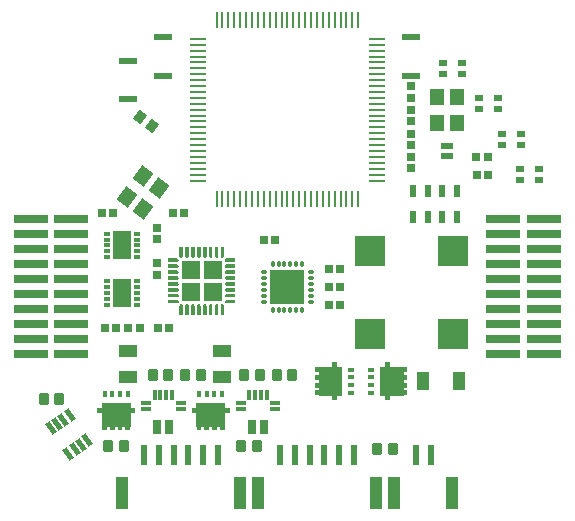
<source format=gtp>
G04*
G04 #@! TF.GenerationSoftware,Altium Limited,Altium Designer,24.4.1 (13)*
G04*
G04 Layer_Color=8421504*
%FSLAX44Y44*%
%MOMM*%
G71*
G04*
G04 #@! TF.SameCoordinates,36E66750-E4A1-4D4F-82B0-1BBA9B0B1F2C*
G04*
G04*
G04 #@! TF.FilePolarity,Positive*
G04*
G01*
G75*
%ADD17R,1.5000X1.5000*%
%ADD18C,0.2736*%
%ADD19R,0.5500X0.3500*%
%ADD20R,1.6200X2.4000*%
%ADD21R,2.9400X2.9400*%
%ADD22O,0.6500X0.3500*%
%ADD23O,0.3500X0.6500*%
%ADD24R,0.6725X0.7154*%
%ADD25R,0.6000X1.7000*%
%ADD26R,1.0000X2.7000*%
%ADD27R,2.9200X0.7400*%
%ADD28R,0.7154X0.6725*%
%ADD29R,1.5000X0.5500*%
%ADD30R,0.3500X0.5000*%
%ADD31R,1.0000X1.6000*%
%ADD32R,0.6000X1.1000*%
%ADD33R,0.6500X0.6500*%
%ADD34R,0.5000X0.3500*%
G04:AMPARAMS|DCode=35|XSize=0.95mm|YSize=0.8mm|CornerRadius=0.1mm|HoleSize=0mm|Usage=FLASHONLY|Rotation=90.000|XOffset=0mm|YOffset=0mm|HoleType=Round|Shape=RoundedRectangle|*
%AMROUNDEDRECTD35*
21,1,0.9500,0.6000,0,0,90.0*
21,1,0.7500,0.8000,0,0,90.0*
1,1,0.2000,0.3000,0.3750*
1,1,0.2000,0.3000,-0.3750*
1,1,0.2000,-0.3000,-0.3750*
1,1,0.2000,-0.3000,0.3750*
%
%ADD35ROUNDEDRECTD35*%
%ADD36R,1.2000X1.4000*%
G04:AMPARAMS|DCode=37|XSize=0.95mm|YSize=0.8mm|CornerRadius=0.1mm|HoleSize=0mm|Usage=FLASHONLY|Rotation=233.000|XOffset=0mm|YOffset=0mm|HoleType=Round|Shape=RoundedRectangle|*
%AMROUNDEDRECTD37*
21,1,0.9500,0.6000,0,0,233.0*
21,1,0.7500,0.8000,0,0,233.0*
1,1,0.2000,-0.4653,-0.1189*
1,1,0.2000,-0.0139,0.4800*
1,1,0.2000,0.4653,0.1189*
1,1,0.2000,0.0139,-0.4800*
%
%ADD37ROUNDEDRECTD37*%
%ADD38R,1.1400X0.5750*%
G04:AMPARAMS|DCode=39|XSize=0.2125mm|YSize=1.3552mm|CornerRadius=0.1062mm|HoleSize=0mm|Usage=FLASHONLY|Rotation=180.000|XOffset=0mm|YOffset=0mm|HoleType=Round|Shape=RoundedRectangle|*
%AMROUNDEDRECTD39*
21,1,0.2125,1.1428,0,0,180.0*
21,1,0.0000,1.3552,0,0,180.0*
1,1,0.2125,0.0000,0.5714*
1,1,0.2125,0.0000,0.5714*
1,1,0.2125,0.0000,-0.5714*
1,1,0.2125,0.0000,-0.5714*
%
%ADD39ROUNDEDRECTD39*%
G04:AMPARAMS|DCode=40|XSize=1.3552mm|YSize=0.2125mm|CornerRadius=0.1062mm|HoleSize=0mm|Usage=FLASHONLY|Rotation=180.000|XOffset=0mm|YOffset=0mm|HoleType=Round|Shape=RoundedRectangle|*
%AMROUNDEDRECTD40*
21,1,1.3552,0.0000,0,0,180.0*
21,1,1.1428,0.2125,0,0,180.0*
1,1,0.2125,-0.5714,0.0000*
1,1,0.2125,0.5714,0.0000*
1,1,0.2125,0.5714,0.0000*
1,1,0.2125,-0.5714,0.0000*
%
%ADD40ROUNDEDRECTD40*%
%ADD41R,1.3552X0.2125*%
%ADD42R,2.5000X2.5000*%
G04:AMPARAMS|DCode=43|XSize=1.1mm|YSize=0.45mm|CornerRadius=0mm|HoleSize=0mm|Usage=FLASHONLY|Rotation=125.000|XOffset=0mm|YOffset=0mm|HoleType=Round|Shape=Rectangle|*
%AMROTATEDRECTD43*
4,1,4,0.4998,-0.3215,0.1312,-0.5796,-0.4998,0.3215,-0.1312,0.5796,0.4998,-0.3215,0.0*
%
%ADD43ROTATEDRECTD43*%

%ADD44R,0.8500X0.3000*%
%ADD45R,0.3000X0.8500*%
%ADD46R,1.5000X1.0000*%
G04:AMPARAMS|DCode=47|XSize=1.4mm|YSize=1.2mm|CornerRadius=0mm|HoleSize=0mm|Usage=FLASHONLY|Rotation=233.000|XOffset=0mm|YOffset=0mm|HoleType=Round|Shape=Rectangle|*
%AMROTATEDRECTD47*
4,1,4,-0.0579,0.9201,0.9005,0.1979,0.0579,-0.9201,-0.9005,-0.1979,-0.0579,0.9201,0.0*
%
%ADD47ROTATEDRECTD47*%

%ADD48R,0.8000X0.5000*%
%ADD49R,0.8000X1.3000*%
%ADD50R,0.8000X1.3000*%
G36*
X-53480Y26130D02*
Y25828D01*
X-53711Y25269D01*
X-54139Y24841D01*
X-54698Y24610D01*
X-55302D01*
X-55861Y24841D01*
X-56289Y25269D01*
X-56520Y25828D01*
Y26130D01*
X-56520D01*
Y33500D01*
X-53480D01*
Y26130D01*
D02*
G37*
G36*
X-58480D02*
Y25828D01*
X-58711Y25269D01*
X-59139Y24841D01*
X-59698Y24610D01*
X-60302D01*
X-60861Y24841D01*
X-61289Y25269D01*
X-61520Y25828D01*
Y26130D01*
Y33500D01*
X-58480D01*
Y26130D01*
D02*
G37*
G36*
X-63480D02*
Y25828D01*
X-63711Y25269D01*
X-64139Y24841D01*
X-64698Y24610D01*
X-65302D01*
X-65861Y24841D01*
X-66289Y25269D01*
X-66520Y25828D01*
Y26130D01*
Y33500D01*
X-63480D01*
X-63480Y26130D01*
D02*
G37*
G36*
X-68480D02*
Y25828D01*
X-68711Y25269D01*
X-69139Y24841D01*
X-69698Y24610D01*
X-70302D01*
X-70861Y24841D01*
X-71289Y25269D01*
X-71520Y25828D01*
Y26130D01*
X-71520D01*
Y33500D01*
X-68480D01*
Y26130D01*
D02*
G37*
G36*
X-73480D02*
Y25828D01*
X-73711Y25269D01*
X-74139Y24841D01*
X-74698Y24610D01*
X-75302D01*
X-75861Y24841D01*
X-76289Y25269D01*
X-76520Y25828D01*
Y26130D01*
Y33500D01*
X-73480D01*
X-73480Y26130D01*
D02*
G37*
G36*
X-78480D02*
Y25828D01*
X-78711Y25269D01*
X-79139Y24841D01*
X-79698Y24610D01*
X-80302D01*
X-80861Y24841D01*
X-81289Y25269D01*
X-81520Y25828D01*
Y26130D01*
X-81520D01*
Y33500D01*
X-78480D01*
Y26130D01*
D02*
G37*
G36*
X-83480D02*
Y25828D01*
X-83711Y25269D01*
X-84139Y24841D01*
X-84698Y24610D01*
X-85302D01*
X-85861Y24841D01*
X-86289Y25269D01*
X-86520Y25828D01*
Y26130D01*
Y33500D01*
X-83480D01*
Y26130D01*
D02*
G37*
G36*
X-88480D02*
Y25828D01*
X-88711Y25269D01*
X-89139Y24841D01*
X-89698Y24610D01*
X-90302D01*
X-90861Y24841D01*
X-91289Y25269D01*
X-91520Y25828D01*
Y26130D01*
Y33500D01*
X-88480D01*
X-88480Y26130D01*
D02*
G37*
G36*
X-44000Y20980D02*
X-51370Y20980D01*
X-51672D01*
X-52231Y21211D01*
X-52659Y21639D01*
X-52890Y22198D01*
Y22500D01*
Y22802D01*
X-52659Y23361D01*
X-52231Y23789D01*
X-51672Y24020D01*
X-44000D01*
Y20980D01*
D02*
G37*
G36*
X-92769Y23789D02*
X-92341Y23361D01*
X-92110Y22802D01*
Y22500D01*
Y22198D01*
X-92341Y21639D01*
X-92769Y21211D01*
X-93328Y20980D01*
X-93630D01*
Y20980D01*
X-101000D01*
Y24020D01*
X-93328D01*
X-92769Y23789D01*
D02*
G37*
G36*
X-44000Y15980D02*
X-51672D01*
X-52231Y16211D01*
X-52659Y16639D01*
X-52890Y17198D01*
Y17500D01*
Y17802D01*
X-52659Y18361D01*
X-52231Y18789D01*
X-51672Y19020D01*
X-44000D01*
Y15980D01*
D02*
G37*
G36*
X-92769Y18789D02*
X-92341Y18361D01*
X-92110Y17802D01*
Y17500D01*
Y17198D01*
X-92341Y16639D01*
X-92769Y16211D01*
X-93328Y15980D01*
X-101000D01*
Y19020D01*
X-93328D01*
X-92769Y18789D01*
D02*
G37*
G36*
X-51370Y14020D02*
X-44000D01*
Y10980D01*
X-51672D01*
X-52231Y11211D01*
X-52659Y11639D01*
X-52890Y12198D01*
Y12500D01*
Y12802D01*
X-52659Y13361D01*
X-52231Y13789D01*
X-51672Y14020D01*
X-51370D01*
Y14020D01*
D02*
G37*
G36*
X-92769Y13789D02*
X-92341Y13361D01*
X-92110Y12802D01*
Y12500D01*
Y12198D01*
X-92341Y11639D01*
X-92769Y11211D01*
X-93328Y10980D01*
X-101000D01*
Y14020D01*
X-93630Y14020D01*
X-93328D01*
X-92769Y13789D01*
D02*
G37*
G36*
X-44000Y5980D02*
X-51370Y5980D01*
X-51672D01*
X-52231Y6211D01*
X-52659Y6639D01*
X-52890Y7198D01*
Y7500D01*
Y7802D01*
X-52659Y8361D01*
X-52231Y8789D01*
X-51672Y9020D01*
X-44000D01*
Y5980D01*
D02*
G37*
G36*
X-92769Y8789D02*
X-92341Y8361D01*
X-92110Y7802D01*
Y7500D01*
Y7198D01*
X-92341Y6639D01*
X-92769Y6211D01*
X-93328Y5980D01*
X-93630D01*
Y5980D01*
X-101000D01*
Y9020D01*
X-93328D01*
X-92769Y8789D01*
D02*
G37*
G36*
X-51370Y4020D02*
X-44000D01*
Y980D01*
X-51672D01*
X-52231Y1211D01*
X-52659Y1639D01*
X-52890Y2198D01*
Y2500D01*
Y2802D01*
X-52659Y3361D01*
X-52231Y3789D01*
X-51672Y4020D01*
X-51370D01*
Y4020D01*
D02*
G37*
G36*
X-92769Y3789D02*
X-92341Y3361D01*
X-92110Y2802D01*
Y2500D01*
Y2198D01*
X-92341Y1639D01*
X-92769Y1211D01*
X-93328Y980D01*
X-101000D01*
Y4020D01*
X-93630Y4020D01*
X-93328D01*
X-92769Y3789D01*
D02*
G37*
G36*
X-44000Y-4020D02*
X-51370Y-4020D01*
X-51672D01*
X-52231Y-3789D01*
X-52659Y-3361D01*
X-52890Y-2802D01*
Y-2500D01*
Y-2198D01*
X-52659Y-1639D01*
X-52231Y-1211D01*
X-51672Y-980D01*
X-44000D01*
Y-4020D01*
D02*
G37*
G36*
X-92769Y-1211D02*
X-92341Y-1639D01*
X-92110Y-2198D01*
Y-2500D01*
Y-2802D01*
X-92341Y-3361D01*
X-92769Y-3789D01*
X-93328Y-4020D01*
X-93630D01*
Y-4020D01*
X-101000D01*
Y-980D01*
X-93328D01*
X-92769Y-1211D01*
D02*
G37*
G36*
X-44000Y-9020D02*
X-51672D01*
X-52231Y-8789D01*
X-52659Y-8361D01*
X-52890Y-7802D01*
Y-7500D01*
Y-7198D01*
X-52659Y-6639D01*
X-52231Y-6211D01*
X-51672Y-5980D01*
X-44000D01*
Y-9020D01*
D02*
G37*
G36*
X-92769Y-6211D02*
X-92341Y-6639D01*
X-92110Y-7198D01*
Y-7500D01*
Y-7802D01*
X-92341Y-8361D01*
X-92769Y-8789D01*
X-93328Y-9020D01*
X-101000D01*
Y-5980D01*
X-93328D01*
X-92769Y-6211D01*
D02*
G37*
G36*
X-51370Y-10980D02*
X-44000D01*
Y-14020D01*
X-51672D01*
X-52231Y-13789D01*
X-52659Y-13361D01*
X-52890Y-12802D01*
Y-12500D01*
Y-12198D01*
X-52659Y-11639D01*
X-52231Y-11211D01*
X-51672Y-10980D01*
X-51370D01*
Y-10980D01*
D02*
G37*
G36*
X-92769Y-11211D02*
X-92341Y-11639D01*
X-92110Y-12198D01*
Y-12500D01*
Y-12802D01*
X-92341Y-13361D01*
X-92769Y-13789D01*
X-93328Y-14020D01*
X-101000D01*
Y-10980D01*
X-93630Y-10980D01*
X-93328D01*
X-92769Y-11211D01*
D02*
G37*
G36*
X-54139Y-14841D02*
X-53711Y-15269D01*
X-53480Y-15828D01*
Y-16130D01*
Y-23500D01*
X-56520D01*
X-56520Y-16130D01*
Y-15828D01*
X-56289Y-15269D01*
X-55861Y-14841D01*
X-55302Y-14610D01*
X-54698D01*
X-54139Y-14841D01*
D02*
G37*
G36*
X-59139D02*
X-58711Y-15269D01*
X-58480Y-15828D01*
Y-16130D01*
Y-23500D01*
X-61520D01*
Y-16130D01*
Y-15828D01*
X-61289Y-15269D01*
X-60861Y-14841D01*
X-60302Y-14610D01*
X-59698D01*
X-59139Y-14841D01*
D02*
G37*
G36*
X-64139D02*
X-63711Y-15269D01*
X-63480Y-15828D01*
Y-16130D01*
X-63480D01*
Y-23500D01*
X-66520D01*
Y-16130D01*
Y-15828D01*
X-66289Y-15269D01*
X-65861Y-14841D01*
X-65302Y-14610D01*
X-64698D01*
X-64139Y-14841D01*
D02*
G37*
G36*
X-69139D02*
X-68711Y-15269D01*
X-68480Y-15828D01*
Y-16130D01*
Y-23500D01*
X-71520D01*
X-71520Y-16130D01*
Y-15828D01*
X-71289Y-15269D01*
X-70861Y-14841D01*
X-70302Y-14610D01*
X-69698D01*
X-69139Y-14841D01*
D02*
G37*
G36*
X-74139D02*
X-73711Y-15269D01*
X-73480Y-15828D01*
Y-16130D01*
X-73480D01*
Y-23500D01*
X-76520D01*
Y-16130D01*
Y-15828D01*
X-76289Y-15269D01*
X-75861Y-14841D01*
X-75302Y-14610D01*
X-74698D01*
X-74139Y-14841D01*
D02*
G37*
G36*
X-79139D02*
X-78711Y-15269D01*
X-78480Y-15828D01*
Y-16130D01*
Y-23500D01*
X-81520D01*
X-81520Y-16130D01*
Y-15828D01*
X-81289Y-15269D01*
X-80861Y-14841D01*
X-80302Y-14610D01*
X-79698D01*
X-79139Y-14841D01*
D02*
G37*
G36*
X-84139D02*
X-83711Y-15269D01*
X-83480Y-15828D01*
Y-16130D01*
Y-23500D01*
X-86520D01*
Y-16130D01*
Y-15828D01*
X-86289Y-15269D01*
X-85861Y-14841D01*
X-85302Y-14610D01*
X-84698D01*
X-84139Y-14841D01*
D02*
G37*
G36*
X-89139D02*
X-88711Y-15269D01*
X-88480Y-15828D01*
Y-16130D01*
X-88480D01*
Y-23500D01*
X-91520D01*
Y-16130D01*
Y-15828D01*
X-91289Y-15269D01*
X-90861Y-14841D01*
X-90302Y-14610D01*
X-89698D01*
X-89139Y-14841D01*
D02*
G37*
G36*
X87050Y-67750D02*
X98400D01*
Y-68250D01*
X101400D01*
Y-72250D01*
X98400D01*
Y-74750D01*
X101400D01*
Y-78750D01*
X98400D01*
Y-81250D01*
X101400D01*
Y-85250D01*
X98400D01*
Y-87750D01*
X101400D01*
Y-91750D01*
X98400D01*
Y-92250D01*
X87050D01*
Y-96050D01*
X82750D01*
Y-92250D01*
X78600D01*
Y-67750D01*
X82750D01*
Y-63950D01*
X87050D01*
Y-67750D01*
D02*
G37*
G36*
X42250D02*
X46400D01*
Y-92250D01*
X42250D01*
Y-96050D01*
X37950D01*
Y-92250D01*
X26600D01*
Y-91750D01*
X23600D01*
Y-87750D01*
X26600D01*
Y-85250D01*
X23600D01*
Y-81250D01*
X26600D01*
Y-78750D01*
X23600D01*
Y-74750D01*
X26600D01*
Y-72250D01*
X23600D01*
Y-68250D01*
X26600D01*
Y-67750D01*
X37950D01*
Y-63950D01*
X42250D01*
Y-67750D01*
D02*
G37*
G36*
X-52750Y-102750D02*
X-48950D01*
Y-107050D01*
X-52750D01*
Y-118400D01*
X-53250D01*
Y-121400D01*
X-57250D01*
Y-118400D01*
X-59750D01*
Y-121400D01*
X-63750D01*
Y-118400D01*
X-66250D01*
Y-121400D01*
X-70250D01*
Y-118400D01*
X-72750D01*
Y-121400D01*
X-76750D01*
Y-118400D01*
X-77250D01*
Y-107050D01*
X-81050D01*
Y-102750D01*
X-77250D01*
Y-98600D01*
X-52750D01*
Y-102750D01*
D02*
G37*
G36*
X-132750D02*
X-128950D01*
Y-107050D01*
X-132750D01*
Y-118400D01*
X-133250D01*
Y-121400D01*
X-137250D01*
Y-118400D01*
X-139750D01*
Y-121400D01*
X-143750D01*
Y-118400D01*
X-146250D01*
Y-121400D01*
X-150250D01*
Y-118400D01*
X-152750D01*
Y-121400D01*
X-156750D01*
Y-118400D01*
X-157250D01*
Y-107050D01*
X-161050D01*
Y-102750D01*
X-157250D01*
Y-98600D01*
X-132750D01*
Y-102750D01*
D02*
G37*
D17*
X-63000Y-4500D02*
D03*
X-82000D02*
D03*
X-63000Y14500D02*
D03*
X-82000D02*
D03*
D18*
X-48288Y-12500D02*
D03*
X-48445Y-7500D02*
D03*
Y-2500D02*
D03*
Y2500D02*
D03*
X-45520Y7500D02*
D03*
X-48445Y12500D02*
D03*
Y17500D02*
D03*
Y22500D02*
D03*
X-96712D02*
D03*
X-96555Y17500D02*
D03*
Y12500D02*
D03*
Y7500D02*
D03*
X-96712Y2500D02*
D03*
X-96555Y-2500D02*
D03*
Y-7500D02*
D03*
Y-12500D02*
D03*
X-55000Y29212D02*
D03*
X-60000Y29055D02*
D03*
X-65000D02*
D03*
X-70000D02*
D03*
X-75000Y31980D02*
D03*
X-80000Y29055D02*
D03*
X-85000D02*
D03*
X-90000D02*
D03*
Y-19212D02*
D03*
X-85000Y-19055D02*
D03*
X-80000D02*
D03*
X-75000D02*
D03*
X-70000Y-19212D02*
D03*
X-65000Y-19055D02*
D03*
X-60000D02*
D03*
X-55000D02*
D03*
D19*
X-152850Y45000D02*
D03*
Y40000D02*
D03*
Y35000D02*
D03*
Y30000D02*
D03*
Y25000D02*
D03*
X-127150Y45000D02*
D03*
Y40000D02*
D03*
Y35000D02*
D03*
Y30000D02*
D03*
Y25000D02*
D03*
X-152850Y5000D02*
D03*
Y0D02*
D03*
Y-5000D02*
D03*
Y-10000D02*
D03*
Y-15000D02*
D03*
X-127150Y5000D02*
D03*
Y0D02*
D03*
Y-5000D02*
D03*
Y-10000D02*
D03*
Y-15000D02*
D03*
D20*
X-140000Y35000D02*
D03*
Y-5000D02*
D03*
D21*
X0Y0D02*
D03*
D22*
X-19750Y-12500D02*
D03*
Y-7500D02*
D03*
Y-2500D02*
D03*
Y2500D02*
D03*
Y7500D02*
D03*
Y12500D02*
D03*
X19750D02*
D03*
Y7500D02*
D03*
Y2500D02*
D03*
Y-2500D02*
D03*
Y-7500D02*
D03*
Y-12500D02*
D03*
D23*
X-12500Y19750D02*
D03*
X-7500D02*
D03*
X-2500D02*
D03*
X2500D02*
D03*
X7500D02*
D03*
X12500D02*
D03*
Y-19750D02*
D03*
X7500D02*
D03*
X2500D02*
D03*
X-2500D02*
D03*
X-7500D02*
D03*
X-12500D02*
D03*
D24*
X-110000Y19786D02*
D03*
Y10214D02*
D03*
X105000Y140214D02*
D03*
Y149786D02*
D03*
Y169786D02*
D03*
Y160214D02*
D03*
Y129786D02*
D03*
Y120214D02*
D03*
Y100214D02*
D03*
Y109786D02*
D03*
X-110000Y49786D02*
D03*
Y40214D02*
D03*
D25*
X56250Y-142250D02*
D03*
X43750D02*
D03*
X31250D02*
D03*
X18750D02*
D03*
X6250D02*
D03*
X-6250D02*
D03*
X-58750D02*
D03*
X-71250D02*
D03*
X-83750D02*
D03*
X-96250D02*
D03*
X-108750D02*
D03*
X-121250D02*
D03*
X108750D02*
D03*
X121250D02*
D03*
D26*
X74750Y-174250D02*
D03*
X-24750D02*
D03*
X-40250D02*
D03*
X-139750D02*
D03*
X90250D02*
D03*
X139750D02*
D03*
D27*
X217150Y-57150D02*
D03*
X182850D02*
D03*
X217150Y-44450D02*
D03*
X182850D02*
D03*
X217150Y-31750D02*
D03*
X182850D02*
D03*
X217150Y-19050D02*
D03*
X182850D02*
D03*
X217150Y-6350D02*
D03*
X182850D02*
D03*
X217150Y6350D02*
D03*
X182850D02*
D03*
X217150Y19050D02*
D03*
X182850D02*
D03*
X217150Y31750D02*
D03*
X182850D02*
D03*
X217150Y44450D02*
D03*
X182850D02*
D03*
X217150Y57150D02*
D03*
X182850D02*
D03*
X-182850Y-57150D02*
D03*
X-217150D02*
D03*
X-182850Y-44450D02*
D03*
X-217150D02*
D03*
X-182850Y-31750D02*
D03*
X-217150D02*
D03*
X-182850Y-19050D02*
D03*
X-217150D02*
D03*
X-182850Y-6350D02*
D03*
X-217150D02*
D03*
X-182850Y6350D02*
D03*
X-217150D02*
D03*
X-182850Y19050D02*
D03*
X-217150D02*
D03*
X-182850Y31750D02*
D03*
X-217150D02*
D03*
X-182850Y44450D02*
D03*
X-217150D02*
D03*
X-182850Y57150D02*
D03*
X-217150D02*
D03*
D28*
X-147714Y62500D02*
D03*
X-157286D02*
D03*
X-145214Y-35000D02*
D03*
X-154786D02*
D03*
X-97286Y62500D02*
D03*
X-87714D02*
D03*
X35214Y-15000D02*
D03*
X44786D02*
D03*
X-19786Y40000D02*
D03*
X-10214D02*
D03*
X35214Y15000D02*
D03*
X44786D02*
D03*
X35214Y0D02*
D03*
X44786D02*
D03*
X160214Y95000D02*
D03*
X169786D02*
D03*
X-134786Y-35000D02*
D03*
X-125214D02*
D03*
X-100214D02*
D03*
X-109786D02*
D03*
D29*
X-105000Y211250D02*
D03*
Y178750D02*
D03*
X-135000Y191250D02*
D03*
Y158750D02*
D03*
X105000Y178750D02*
D03*
Y211250D02*
D03*
D30*
X-154750Y-90900D02*
D03*
X-148250D02*
D03*
X-141750D02*
D03*
X-135250D02*
D03*
X-74750D02*
D03*
X-68250D02*
D03*
X-61750D02*
D03*
X-55250D02*
D03*
D31*
X115000Y-80000D02*
D03*
X145000D02*
D03*
D32*
X143750Y81000D02*
D03*
Y59000D02*
D03*
X131250D02*
D03*
Y81000D02*
D03*
X118750D02*
D03*
Y59000D02*
D03*
X106250Y81000D02*
D03*
Y59000D02*
D03*
D33*
X170000Y110000D02*
D03*
X160000D02*
D03*
D34*
X54100Y-70250D02*
D03*
Y-76750D02*
D03*
Y-83250D02*
D03*
Y-89750D02*
D03*
X70900D02*
D03*
Y-83250D02*
D03*
Y-76750D02*
D03*
Y-70250D02*
D03*
D35*
X89000Y-137500D02*
D03*
X76000D02*
D03*
X-206500Y-95000D02*
D03*
X-193500D02*
D03*
X-138500Y-135000D02*
D03*
X-151500D02*
D03*
X-101000Y-75000D02*
D03*
X-114000D02*
D03*
X-86500D02*
D03*
X-73500D02*
D03*
X-26000Y-135000D02*
D03*
X-39000D02*
D03*
X-23500Y-75000D02*
D03*
X-36500D02*
D03*
X-9000D02*
D03*
X4000D02*
D03*
D36*
X143500Y161000D02*
D03*
Y139000D02*
D03*
X126500D02*
D03*
Y161000D02*
D03*
D37*
X-125191Y143912D02*
D03*
X-114809Y136088D02*
D03*
D38*
X135000Y119125D02*
D03*
Y110875D02*
D03*
D39*
X60000Y74245D02*
D03*
X55000D02*
D03*
X50000D02*
D03*
X45000D02*
D03*
X40000D02*
D03*
X35000D02*
D03*
X30000D02*
D03*
X25000D02*
D03*
X20000D02*
D03*
X15000D02*
D03*
X10000D02*
D03*
X5000D02*
D03*
X0D02*
D03*
X-5000D02*
D03*
X-10000D02*
D03*
X-15000D02*
D03*
X-20000D02*
D03*
X-25000D02*
D03*
X-30000D02*
D03*
X-35000D02*
D03*
X-40000D02*
D03*
X-45000D02*
D03*
X-50000D02*
D03*
X-55000D02*
D03*
X-60000D02*
D03*
Y225755D02*
D03*
X-55000D02*
D03*
X-50000D02*
D03*
X-45000D02*
D03*
X-40000D02*
D03*
X-35000D02*
D03*
X-30000D02*
D03*
X-25000D02*
D03*
X-20000D02*
D03*
X-15000D02*
D03*
X-10000D02*
D03*
X-5000D02*
D03*
X0D02*
D03*
X5000D02*
D03*
X10000D02*
D03*
X15000D02*
D03*
X20000D02*
D03*
X25000D02*
D03*
X30000D02*
D03*
X35000D02*
D03*
X40000D02*
D03*
X45000D02*
D03*
X50000D02*
D03*
X55000D02*
D03*
X60000D02*
D03*
D40*
X-75755Y90000D02*
D03*
Y95000D02*
D03*
Y100000D02*
D03*
Y105000D02*
D03*
Y110000D02*
D03*
Y115000D02*
D03*
Y120000D02*
D03*
Y125000D02*
D03*
Y130000D02*
D03*
Y135000D02*
D03*
Y140000D02*
D03*
Y145000D02*
D03*
Y150000D02*
D03*
Y155000D02*
D03*
Y160000D02*
D03*
Y165000D02*
D03*
Y170000D02*
D03*
Y175000D02*
D03*
Y180000D02*
D03*
Y185000D02*
D03*
Y190000D02*
D03*
Y195000D02*
D03*
Y200000D02*
D03*
Y205000D02*
D03*
Y210000D02*
D03*
X75755D02*
D03*
Y205000D02*
D03*
Y200000D02*
D03*
Y195000D02*
D03*
Y190000D02*
D03*
Y185000D02*
D03*
Y180000D02*
D03*
Y175000D02*
D03*
Y170000D02*
D03*
Y165000D02*
D03*
Y160000D02*
D03*
Y155000D02*
D03*
Y150000D02*
D03*
Y145000D02*
D03*
Y140000D02*
D03*
Y135000D02*
D03*
Y130000D02*
D03*
Y125000D02*
D03*
Y120000D02*
D03*
Y115000D02*
D03*
Y110000D02*
D03*
Y105000D02*
D03*
Y100000D02*
D03*
Y95000D02*
D03*
D41*
Y90000D02*
D03*
D42*
X70000Y30000D02*
D03*
X140000D02*
D03*
Y-40000D02*
D03*
X70000D02*
D03*
D43*
X-200443Y-119943D02*
D03*
X-195119Y-116215D02*
D03*
X-189794Y-112487D02*
D03*
X-184470Y-108759D02*
D03*
X-169557Y-130057D02*
D03*
X-174881Y-133785D02*
D03*
X-180206Y-137513D02*
D03*
X-185530Y-141241D02*
D03*
D44*
X-90500Y-103520D02*
D03*
Y-98520D02*
D03*
X-119500Y-103520D02*
D03*
Y-98520D02*
D03*
X-10500Y-103520D02*
D03*
Y-98520D02*
D03*
X-39500Y-103520D02*
D03*
Y-98520D02*
D03*
D45*
X-112500Y-91520D02*
D03*
X-107500D02*
D03*
X-102500D02*
D03*
X-97500D02*
D03*
X-32500D02*
D03*
X-27500D02*
D03*
X-22500D02*
D03*
X-17500D02*
D03*
D46*
X-135000Y-76000D02*
D03*
Y-54000D02*
D03*
X-55000Y-76000D02*
D03*
Y-54000D02*
D03*
D47*
X-109092Y83670D02*
D03*
X-122332Y66100D02*
D03*
X-135908Y76330D02*
D03*
X-122669Y93900D02*
D03*
D48*
X197000Y99500D02*
D03*
X213000D02*
D03*
X197000Y90500D02*
D03*
X213000D02*
D03*
X182000Y129500D02*
D03*
X198000D02*
D03*
X182000Y120500D02*
D03*
X198000D02*
D03*
X132000Y189500D02*
D03*
X148000D02*
D03*
X132000Y180500D02*
D03*
X148000D02*
D03*
X162000Y159500D02*
D03*
X178000D02*
D03*
X162000Y150500D02*
D03*
X178000D02*
D03*
D49*
X-110000Y-118520D02*
D03*
X-20000D02*
D03*
D50*
X-100000D02*
D03*
X-30000D02*
D03*
M02*

</source>
